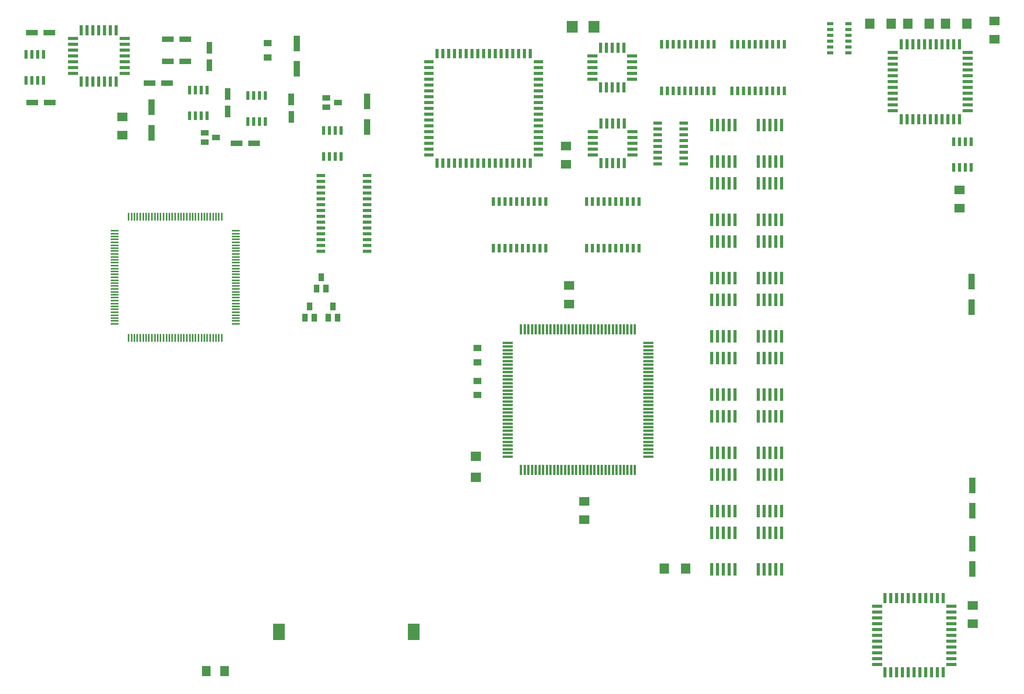
<source format=gbr>
%FSLAX34Y34*%
%MOMM*%
%LNSMDMASK_TOP*%
G71*
G01*
%ADD10R,0.640X2.200*%
%ADD11R,2.200X0.640*%
%ADD12R,0.640X2.100*%
%ADD13R,2.100X0.640*%
%ADD14R,0.450X1.800*%
%ADD15R,1.800X0.450*%
%ADD16R,2.200X0.500*%
%ADD17R,0.500X2.200*%
%ADD18R,0.700X1.900*%
%ADD19R,1.900X0.700*%
%ADD20R,1.200X1.700*%
%ADD21R,1.700X1.200*%
%ADD22R,1.800X1.400*%
%ADD23R,2.300X1.900*%
%ADD24R,1.400X3.400*%
%ADD25R,2.600X1.300*%
%ADD26R,1.300X2.600*%
%ADD27R,0.700X2.800*%
%ADD28R,1.900X2.300*%
%ADD29R,2.400X2.600*%
%ADD30R,2.000X2.200*%
%ADD31R,2.200X2.000*%
%ADD32R,1.450X0.750*%
%ADD33R,2.600X3.600*%
%LPD*%
X2041848Y1428822D02*
G54D10*
D03*
X2054548Y1428822D02*
G54D10*
D03*
X2067248Y1428822D02*
G54D10*
D03*
X2079949Y1428822D02*
G54D10*
D03*
X2092650Y1428822D02*
G54D10*
D03*
X2105350Y1428822D02*
G54D10*
D03*
X2123445Y1447116D02*
G54D11*
D03*
X2123445Y1459816D02*
G54D11*
D03*
X2123445Y1472516D02*
G54D11*
D03*
X2123445Y1485216D02*
G54D11*
D03*
X2123445Y1497916D02*
G54D11*
D03*
X2123445Y1510616D02*
G54D11*
D03*
X2123445Y1523316D02*
G54D11*
D03*
X2123445Y1536016D02*
G54D11*
D03*
X2123445Y1548716D02*
G54D11*
D03*
X2123445Y1561416D02*
G54D11*
D03*
X2123445Y1574116D02*
G54D11*
D03*
X2105350Y1592211D02*
G54D10*
D03*
X2092650Y1592211D02*
G54D10*
D03*
X2079949Y1592211D02*
G54D10*
D03*
X2067248Y1592211D02*
G54D10*
D03*
X2054548Y1592211D02*
G54D10*
D03*
X2041848Y1592211D02*
G54D10*
D03*
X2029148Y1592211D02*
G54D10*
D03*
X2016448Y1592211D02*
G54D10*
D03*
X2003748Y1592211D02*
G54D10*
D03*
X1991048Y1592211D02*
G54D10*
D03*
X1978348Y1592211D02*
G54D10*
D03*
X1960054Y1574116D02*
G54D11*
D03*
X1960054Y1561416D02*
G54D11*
D03*
X1960054Y1548716D02*
G54D11*
D03*
X1960054Y1536016D02*
G54D11*
D03*
X1960054Y1523316D02*
G54D11*
D03*
X1960054Y1510616D02*
G54D11*
D03*
X1960054Y1497916D02*
G54D11*
D03*
X1960054Y1485216D02*
G54D11*
D03*
X1960054Y1472516D02*
G54D11*
D03*
X1960054Y1459816D02*
G54D11*
D03*
X1960054Y1447116D02*
G54D11*
D03*
X1978348Y1428822D02*
G54D10*
D03*
X1991048Y1428822D02*
G54D10*
D03*
X2003748Y1428822D02*
G54D10*
D03*
X2016448Y1428822D02*
G54D10*
D03*
X2029148Y1428822D02*
G54D10*
D03*
X1068301Y1333188D02*
G54D12*
D03*
X1081001Y1333188D02*
G54D12*
D03*
X1093701Y1333188D02*
G54D12*
D03*
X1106401Y1333188D02*
G54D12*
D03*
X1119101Y1333188D02*
G54D12*
D03*
X1131801Y1333188D02*
G54D12*
D03*
X1144501Y1333188D02*
G54D12*
D03*
X1157201Y1333188D02*
G54D12*
D03*
X1169901Y1333188D02*
G54D12*
D03*
X1187698Y1350786D02*
G54D13*
D03*
X1187698Y1363486D02*
G54D13*
D03*
X1187698Y1376186D02*
G54D13*
D03*
X1187698Y1388886D02*
G54D13*
D03*
X1187698Y1401586D02*
G54D13*
D03*
X1187698Y1414286D02*
G54D13*
D03*
X1187698Y1426986D02*
G54D13*
D03*
X1187698Y1439686D02*
G54D13*
D03*
X1187698Y1452386D02*
G54D13*
D03*
X1187698Y1465086D02*
G54D13*
D03*
X1187698Y1477786D02*
G54D13*
D03*
X1187698Y1490486D02*
G54D13*
D03*
X1187698Y1503186D02*
G54D13*
D03*
X1187698Y1515886D02*
G54D13*
D03*
X1187698Y1528586D02*
G54D13*
D03*
X1187698Y1541286D02*
G54D13*
D03*
X1187698Y1553986D02*
G54D13*
D03*
X1169901Y1571783D02*
G54D12*
D03*
X1157201Y1571783D02*
G54D12*
D03*
X1144501Y1571783D02*
G54D12*
D03*
X1131801Y1571783D02*
G54D12*
D03*
X1119101Y1571783D02*
G54D12*
D03*
X1106401Y1571783D02*
G54D12*
D03*
X1093701Y1571783D02*
G54D12*
D03*
X1081001Y1571783D02*
G54D12*
D03*
X1068301Y1571783D02*
G54D12*
D03*
X1055601Y1571783D02*
G54D12*
D03*
X1042901Y1571783D02*
G54D12*
D03*
X1030201Y1571783D02*
G54D12*
D03*
X1017501Y1571783D02*
G54D12*
D03*
X1004801Y1571783D02*
G54D12*
D03*
X992101Y1571783D02*
G54D12*
D03*
X979401Y1571783D02*
G54D12*
D03*
X966701Y1571783D02*
G54D12*
D03*
X948904Y1553986D02*
G54D13*
D03*
X948904Y1541286D02*
G54D13*
D03*
X948904Y1528586D02*
G54D13*
D03*
X948904Y1515886D02*
G54D13*
D03*
X948904Y1503186D02*
G54D13*
D03*
X948904Y1490486D02*
G54D13*
D03*
X948904Y1477786D02*
G54D13*
D03*
X948904Y1465086D02*
G54D13*
D03*
X948904Y1452386D02*
G54D13*
D03*
X948904Y1439686D02*
G54D13*
D03*
X948904Y1426986D02*
G54D13*
D03*
X948904Y1414286D02*
G54D13*
D03*
X948904Y1401586D02*
G54D13*
D03*
X948904Y1388886D02*
G54D13*
D03*
X948904Y1376186D02*
G54D13*
D03*
X948904Y1363486D02*
G54D13*
D03*
X948904Y1350786D02*
G54D13*
D03*
X966701Y1333188D02*
G54D12*
D03*
X979401Y1333188D02*
G54D12*
D03*
X992101Y1333188D02*
G54D12*
D03*
X1004801Y1333188D02*
G54D12*
D03*
X1017501Y1333188D02*
G54D12*
D03*
X1030201Y1333188D02*
G54D12*
D03*
X1042901Y1333188D02*
G54D12*
D03*
X1055601Y1333188D02*
G54D12*
D03*
X285588Y1567072D02*
G54D11*
D03*
X285588Y1579772D02*
G54D11*
D03*
X285588Y1592472D02*
G54D11*
D03*
X285588Y1605172D02*
G54D11*
D03*
X267688Y1623072D02*
G54D10*
D03*
X254988Y1623072D02*
G54D10*
D03*
X242288Y1623072D02*
G54D10*
D03*
X229588Y1623072D02*
G54D10*
D03*
X216888Y1623072D02*
G54D10*
D03*
X204188Y1623072D02*
G54D10*
D03*
X191488Y1623072D02*
G54D10*
D03*
X173588Y1605172D02*
G54D11*
D03*
X173588Y1592472D02*
G54D11*
D03*
X173588Y1579772D02*
G54D11*
D03*
X173588Y1567072D02*
G54D11*
D03*
X173588Y1554372D02*
G54D11*
D03*
X173588Y1541672D02*
G54D11*
D03*
X173588Y1528972D02*
G54D11*
D03*
X191488Y1511072D02*
G54D10*
D03*
X204188Y1511072D02*
G54D10*
D03*
X216888Y1511072D02*
G54D10*
D03*
X229588Y1511072D02*
G54D10*
D03*
X242288Y1511072D02*
G54D10*
D03*
X254988Y1511072D02*
G54D10*
D03*
X267688Y1511072D02*
G54D10*
D03*
X285588Y1528972D02*
G54D11*
D03*
X285588Y1541672D02*
G54D11*
D03*
X285588Y1554372D02*
G54D11*
D03*
X294479Y952223D02*
G54D14*
D03*
X300879Y952223D02*
G54D14*
D03*
X307179Y952223D02*
G54D14*
D03*
X313479Y952223D02*
G54D14*
D03*
X319879Y952223D02*
G54D14*
D03*
X326279Y952223D02*
G54D14*
D03*
X332579Y952223D02*
G54D14*
D03*
X338879Y952223D02*
G54D14*
D03*
X345279Y952223D02*
G54D14*
D03*
X351679Y952223D02*
G54D14*
D03*
X357979Y952223D02*
G54D14*
D03*
X364279Y952223D02*
G54D14*
D03*
X370679Y952223D02*
G54D14*
D03*
X377079Y952223D02*
G54D14*
D03*
X383379Y952223D02*
G54D14*
D03*
X389679Y952223D02*
G54D14*
D03*
X396079Y952223D02*
G54D14*
D03*
X402479Y952223D02*
G54D14*
D03*
X408779Y952223D02*
G54D14*
D03*
X415079Y952223D02*
G54D14*
D03*
X421479Y952223D02*
G54D14*
D03*
X427879Y952223D02*
G54D14*
D03*
X434179Y952223D02*
G54D14*
D03*
X440479Y952223D02*
G54D14*
D03*
X446879Y952223D02*
G54D14*
D03*
X453279Y952223D02*
G54D14*
D03*
X459579Y952223D02*
G54D14*
D03*
X465879Y952223D02*
G54D14*
D03*
X472279Y952223D02*
G54D14*
D03*
X478679Y952223D02*
G54D14*
D03*
X484979Y952223D02*
G54D14*
D03*
X491279Y952223D02*
G54D14*
D03*
X497679Y952223D02*
G54D14*
D03*
X528079Y982623D02*
G54D15*
D03*
X528079Y989023D02*
G54D15*
D03*
X528079Y995323D02*
G54D15*
D03*
X528079Y1001623D02*
G54D15*
D03*
X528079Y1008023D02*
G54D15*
D03*
X528079Y1014423D02*
G54D15*
D03*
X528079Y1020723D02*
G54D15*
D03*
X528079Y1027023D02*
G54D15*
D03*
X528079Y1033423D02*
G54D15*
D03*
X528079Y1039823D02*
G54D15*
D03*
X528079Y1046123D02*
G54D15*
D03*
X528079Y1052423D02*
G54D15*
D03*
X528079Y1058823D02*
G54D15*
D03*
X528079Y1065223D02*
G54D15*
D03*
X528079Y1071523D02*
G54D15*
D03*
X528079Y1077823D02*
G54D15*
D03*
X528079Y1084223D02*
G54D15*
D03*
X528079Y1090623D02*
G54D15*
D03*
X528079Y1096923D02*
G54D15*
D03*
X528079Y1103223D02*
G54D15*
D03*
X528079Y1109623D02*
G54D15*
D03*
X528079Y1116023D02*
G54D15*
D03*
X528079Y1122323D02*
G54D15*
D03*
X528079Y1128623D02*
G54D15*
D03*
X528079Y1135023D02*
G54D15*
D03*
X528079Y1141423D02*
G54D15*
D03*
X528079Y1147723D02*
G54D15*
D03*
X528079Y1154023D02*
G54D15*
D03*
X528079Y1160423D02*
G54D15*
D03*
X528079Y1166823D02*
G54D15*
D03*
X528079Y1173123D02*
G54D15*
D03*
X528079Y1179423D02*
G54D15*
D03*
X528079Y1185823D02*
G54D15*
D03*
X497679Y1216223D02*
G54D14*
D03*
X491279Y1216223D02*
G54D14*
D03*
X484979Y1216223D02*
G54D14*
D03*
X478679Y1216223D02*
G54D14*
D03*
X472279Y1216223D02*
G54D14*
D03*
X465879Y1216223D02*
G54D14*
D03*
X459579Y1216223D02*
G54D14*
D03*
X453279Y1216223D02*
G54D14*
D03*
X446879Y1216223D02*
G54D14*
D03*
X440479Y1216223D02*
G54D14*
D03*
X434179Y1216223D02*
G54D14*
D03*
X427879Y1216223D02*
G54D14*
D03*
X421479Y1216223D02*
G54D14*
D03*
X415079Y1216223D02*
G54D14*
D03*
X408779Y1216223D02*
G54D14*
D03*
X402479Y1216223D02*
G54D14*
D03*
X396079Y1216223D02*
G54D14*
D03*
X389679Y1216223D02*
G54D14*
D03*
X383379Y1216223D02*
G54D14*
D03*
X377079Y1216223D02*
G54D14*
D03*
X370679Y1216223D02*
G54D14*
D03*
X364279Y1216223D02*
G54D14*
D03*
X357979Y1216223D02*
G54D14*
D03*
X351679Y1216223D02*
G54D14*
D03*
X345279Y1216223D02*
G54D14*
D03*
X338879Y1216223D02*
G54D14*
D03*
X332579Y1216223D02*
G54D14*
D03*
X326279Y1216223D02*
G54D14*
D03*
X319879Y1216223D02*
G54D14*
D03*
X313479Y1216223D02*
G54D14*
D03*
X307179Y1216223D02*
G54D14*
D03*
X300879Y1216223D02*
G54D14*
D03*
X294479Y1216223D02*
G54D14*
D03*
X264079Y1185823D02*
G54D15*
D03*
X264079Y1179423D02*
G54D15*
D03*
X264079Y1173123D02*
G54D15*
D03*
X264079Y1166823D02*
G54D15*
D03*
X264079Y1160423D02*
G54D15*
D03*
X264079Y1154023D02*
G54D15*
D03*
X264079Y1147723D02*
G54D15*
D03*
X264079Y1141423D02*
G54D15*
D03*
X264079Y1135023D02*
G54D15*
D03*
X264079Y1128623D02*
G54D15*
D03*
X264079Y1122323D02*
G54D15*
D03*
X264079Y1116023D02*
G54D15*
D03*
X264079Y1109623D02*
G54D15*
D03*
X264079Y1103223D02*
G54D15*
D03*
X264079Y1096923D02*
G54D15*
D03*
X264079Y1090623D02*
G54D15*
D03*
X264079Y1084223D02*
G54D15*
D03*
X264079Y1077823D02*
G54D15*
D03*
X264079Y1071523D02*
G54D15*
D03*
X264079Y1065223D02*
G54D15*
D03*
X264079Y1058823D02*
G54D15*
D03*
X264079Y1052423D02*
G54D15*
D03*
X264079Y1046123D02*
G54D15*
D03*
X264079Y1039823D02*
G54D15*
D03*
X264079Y1033423D02*
G54D15*
D03*
X264079Y1027023D02*
G54D15*
D03*
X264079Y1020723D02*
G54D15*
D03*
X264079Y1014423D02*
G54D15*
D03*
X264079Y1008023D02*
G54D15*
D03*
X264079Y1001623D02*
G54D15*
D03*
X264079Y995323D02*
G54D15*
D03*
X264079Y989023D02*
G54D15*
D03*
X264079Y982623D02*
G54D15*
D03*
X1349570Y1419404D02*
G54D10*
D03*
X1336870Y1419404D02*
G54D10*
D03*
X1324170Y1419404D02*
G54D10*
D03*
X1306570Y1401804D02*
G54D11*
D03*
X1306570Y1389104D02*
G54D11*
D03*
X1306570Y1376404D02*
G54D11*
D03*
X1306570Y1363704D02*
G54D11*
D03*
X1306570Y1351004D02*
G54D11*
D03*
X1324170Y1333404D02*
G54D10*
D03*
X1336870Y1333404D02*
G54D10*
D03*
X1349570Y1333404D02*
G54D10*
D03*
X1362270Y1333404D02*
G54D10*
D03*
X1374970Y1333404D02*
G54D10*
D03*
X1392570Y1351004D02*
G54D11*
D03*
X1392570Y1363704D02*
G54D11*
D03*
X1392570Y1376404D02*
G54D11*
D03*
X1392570Y1389104D02*
G54D11*
D03*
X1392570Y1401804D02*
G54D11*
D03*
X1374970Y1419404D02*
G54D10*
D03*
X1362270Y1419404D02*
G54D10*
D03*
X1348775Y1498416D02*
G54D10*
D03*
X1361475Y1498416D02*
G54D10*
D03*
X1374175Y1498416D02*
G54D10*
D03*
X1391775Y1516016D02*
G54D11*
D03*
X1391775Y1528716D02*
G54D11*
D03*
X1391775Y1541416D02*
G54D11*
D03*
X1391775Y1554116D02*
G54D11*
D03*
X1391775Y1566816D02*
G54D11*
D03*
X1374175Y1584416D02*
G54D10*
D03*
X1361475Y1584416D02*
G54D10*
D03*
X1348775Y1584416D02*
G54D10*
D03*
X1336075Y1584416D02*
G54D10*
D03*
X1323375Y1584416D02*
G54D10*
D03*
X1305775Y1566816D02*
G54D11*
D03*
X1305775Y1554116D02*
G54D11*
D03*
X1305775Y1541416D02*
G54D11*
D03*
X1305775Y1528716D02*
G54D11*
D03*
X1305775Y1516016D02*
G54D11*
D03*
X1323375Y1498416D02*
G54D10*
D03*
X1336075Y1498416D02*
G54D10*
D03*
X1120626Y941421D02*
G54D16*
D03*
X1120626Y933421D02*
G54D16*
D03*
X1120626Y925421D02*
G54D16*
D03*
X1120626Y917421D02*
G54D16*
D03*
X1120626Y909421D02*
G54D16*
D03*
X1120626Y901421D02*
G54D16*
D03*
X1120626Y893421D02*
G54D16*
D03*
X1120626Y885421D02*
G54D16*
D03*
X1120626Y877421D02*
G54D16*
D03*
X1120626Y869421D02*
G54D16*
D03*
X1120626Y861421D02*
G54D16*
D03*
X1120626Y853421D02*
G54D16*
D03*
X1120626Y845421D02*
G54D16*
D03*
X1120626Y837421D02*
G54D16*
D03*
X1120626Y829421D02*
G54D16*
D03*
X1120626Y821421D02*
G54D16*
D03*
X1120626Y813421D02*
G54D16*
D03*
X1120626Y805421D02*
G54D16*
D03*
X1120626Y797421D02*
G54D16*
D03*
X1120626Y789420D02*
G54D16*
D03*
X1120626Y781420D02*
G54D16*
D03*
X1120626Y773420D02*
G54D16*
D03*
X1120626Y765420D02*
G54D16*
D03*
X1120626Y757420D02*
G54D16*
D03*
X1120626Y749421D02*
G54D16*
D03*
X1120626Y741421D02*
G54D16*
D03*
X1120626Y733421D02*
G54D16*
D03*
X1120626Y725421D02*
G54D16*
D03*
X1120626Y717421D02*
G54D16*
D03*
X1120626Y709421D02*
G54D16*
D03*
X1120626Y701421D02*
G54D16*
D03*
X1120626Y693421D02*
G54D16*
D03*
X1150007Y664039D02*
G54D17*
D03*
X1158007Y664039D02*
G54D17*
D03*
X1166007Y664039D02*
G54D17*
D03*
X1174007Y664039D02*
G54D17*
D03*
X1182007Y664039D02*
G54D17*
D03*
X1190007Y664039D02*
G54D17*
D03*
X1198007Y664039D02*
G54D17*
D03*
X1206007Y664039D02*
G54D17*
D03*
X1214007Y664039D02*
G54D17*
D03*
X1222007Y664039D02*
G54D17*
D03*
X1230007Y664039D02*
G54D17*
D03*
X1238007Y664039D02*
G54D17*
D03*
X1246007Y664039D02*
G54D17*
D03*
X1254007Y664039D02*
G54D17*
D03*
X1262007Y664039D02*
G54D17*
D03*
X1270007Y664039D02*
G54D17*
D03*
X1278007Y664039D02*
G54D17*
D03*
X1286007Y664039D02*
G54D17*
D03*
X1294007Y664039D02*
G54D17*
D03*
X1302007Y664039D02*
G54D17*
D03*
X1310007Y664039D02*
G54D17*
D03*
X1318007Y664039D02*
G54D17*
D03*
X1326007Y664039D02*
G54D17*
D03*
X1334007Y664039D02*
G54D17*
D03*
X1342007Y664039D02*
G54D17*
D03*
X1350007Y664039D02*
G54D17*
D03*
X1358007Y664039D02*
G54D17*
D03*
X1366007Y664039D02*
G54D17*
D03*
X1374007Y664039D02*
G54D17*
D03*
X1382007Y664039D02*
G54D17*
D03*
X1390007Y664039D02*
G54D17*
D03*
X1398007Y664039D02*
G54D17*
D03*
X1427389Y693421D02*
G54D16*
D03*
X1427389Y701421D02*
G54D16*
D03*
X1427389Y709421D02*
G54D16*
D03*
X1427389Y717421D02*
G54D16*
D03*
X1427389Y725421D02*
G54D16*
D03*
X1427389Y733421D02*
G54D16*
D03*
X1427389Y741421D02*
G54D16*
D03*
X1427389Y749421D02*
G54D16*
D03*
X1427389Y757420D02*
G54D16*
D03*
X1427389Y765420D02*
G54D16*
D03*
X1427389Y773420D02*
G54D16*
D03*
X1427389Y781420D02*
G54D16*
D03*
X1427389Y789420D02*
G54D16*
D03*
X1427389Y797421D02*
G54D16*
D03*
X1427389Y805421D02*
G54D16*
D03*
X1427389Y813421D02*
G54D16*
D03*
X1427389Y821421D02*
G54D16*
D03*
X1427389Y829421D02*
G54D16*
D03*
X1427389Y837421D02*
G54D16*
D03*
X1427389Y845421D02*
G54D16*
D03*
X1427389Y853421D02*
G54D16*
D03*
X1427389Y861421D02*
G54D16*
D03*
X1427389Y869421D02*
G54D16*
D03*
X1427389Y877421D02*
G54D16*
D03*
X1427389Y885421D02*
G54D16*
D03*
X1427389Y893421D02*
G54D16*
D03*
X1427389Y901421D02*
G54D16*
D03*
X1427389Y909421D02*
G54D16*
D03*
X1427389Y917421D02*
G54D16*
D03*
X1427389Y925421D02*
G54D16*
D03*
X1427389Y933421D02*
G54D16*
D03*
X1427389Y941421D02*
G54D16*
D03*
X1398007Y970802D02*
G54D17*
D03*
X1390007Y970802D02*
G54D17*
D03*
X1382007Y970802D02*
G54D17*
D03*
X1374007Y970802D02*
G54D17*
D03*
X1366007Y970802D02*
G54D17*
D03*
X1358007Y970802D02*
G54D17*
D03*
X1350007Y970802D02*
G54D17*
D03*
X1342007Y970802D02*
G54D17*
D03*
X1334007Y970802D02*
G54D17*
D03*
X1326007Y970802D02*
G54D17*
D03*
X1318007Y970802D02*
G54D17*
D03*
X1310007Y970802D02*
G54D17*
D03*
X1302007Y970802D02*
G54D17*
D03*
X1294007Y970802D02*
G54D17*
D03*
X1286007Y970802D02*
G54D17*
D03*
X1278007Y970802D02*
G54D17*
D03*
X1270007Y970802D02*
G54D17*
D03*
X1262007Y970802D02*
G54D17*
D03*
X1254007Y970802D02*
G54D17*
D03*
X1246007Y970802D02*
G54D17*
D03*
X1238007Y970802D02*
G54D17*
D03*
X1230007Y970802D02*
G54D17*
D03*
X1222007Y970802D02*
G54D17*
D03*
X1214007Y970802D02*
G54D17*
D03*
X1206007Y970802D02*
G54D17*
D03*
X1198007Y970802D02*
G54D17*
D03*
X1190007Y970802D02*
G54D17*
D03*
X1182007Y970802D02*
G54D17*
D03*
X1174007Y970802D02*
G54D17*
D03*
X1166007Y970802D02*
G54D17*
D03*
X1158007Y970802D02*
G54D17*
D03*
X1150007Y970802D02*
G54D17*
D03*
X1456305Y1490735D02*
G54D18*
D03*
X1469005Y1490735D02*
G54D18*
D03*
X1481705Y1490735D02*
G54D18*
D03*
X1494405Y1490735D02*
G54D18*
D03*
X1507105Y1490735D02*
G54D18*
D03*
X1519805Y1490735D02*
G54D18*
D03*
X1532505Y1490735D02*
G54D18*
D03*
X1545205Y1490735D02*
G54D18*
D03*
X1557905Y1490735D02*
G54D18*
D03*
X1570605Y1490735D02*
G54D18*
D03*
X1570605Y1592260D02*
G54D18*
D03*
X1557905Y1592260D02*
G54D18*
D03*
X1545205Y1592260D02*
G54D18*
D03*
X1532505Y1592260D02*
G54D18*
D03*
X1519805Y1592260D02*
G54D18*
D03*
X1507105Y1592260D02*
G54D18*
D03*
X1494405Y1592260D02*
G54D18*
D03*
X1481705Y1592260D02*
G54D18*
D03*
X1469005Y1592260D02*
G54D18*
D03*
X1456305Y1592260D02*
G54D18*
D03*
X2092438Y1323527D02*
G54D18*
D03*
X2105138Y1323527D02*
G54D18*
D03*
X2117838Y1323527D02*
G54D18*
D03*
X2130538Y1323527D02*
G54D18*
D03*
X2130538Y1379877D02*
G54D18*
D03*
X2117838Y1379877D02*
G54D18*
D03*
X2105138Y1379877D02*
G54D18*
D03*
X2092438Y1379877D02*
G54D18*
D03*
X1503989Y1331786D02*
G54D19*
D03*
X1503989Y1344486D02*
G54D19*
D03*
X1503989Y1357185D02*
G54D19*
D03*
X1503989Y1369885D02*
G54D19*
D03*
X1503989Y1382585D02*
G54D19*
D03*
X1503989Y1395285D02*
G54D19*
D03*
X1503989Y1407985D02*
G54D19*
D03*
X1503989Y1420685D02*
G54D19*
D03*
X1447639Y1420685D02*
G54D19*
D03*
X1447639Y1407985D02*
G54D19*
D03*
X1447639Y1395285D02*
G54D19*
D03*
X1447639Y1382585D02*
G54D19*
D03*
X1447639Y1369885D02*
G54D19*
D03*
X1447639Y1357185D02*
G54D19*
D03*
X1447639Y1344486D02*
G54D19*
D03*
X1447639Y1331786D02*
G54D19*
D03*
X2087650Y303801D02*
G54D11*
D03*
X2087650Y316501D02*
G54D11*
D03*
X2087650Y329201D02*
G54D11*
D03*
X2087650Y341902D02*
G54D11*
D03*
X2087650Y354602D02*
G54D11*
D03*
X2087650Y367302D02*
G54D11*
D03*
X2070148Y384802D02*
G54D10*
D03*
X2057448Y384802D02*
G54D10*
D03*
X2044748Y384802D02*
G54D10*
D03*
X2032048Y384802D02*
G54D10*
D03*
X2019348Y384802D02*
G54D10*
D03*
X2006648Y384802D02*
G54D10*
D03*
X1993948Y384802D02*
G54D10*
D03*
X1981248Y384802D02*
G54D10*
D03*
X1968548Y384802D02*
G54D10*
D03*
X1955848Y384802D02*
G54D10*
D03*
X1943148Y384802D02*
G54D10*
D03*
X1925648Y367302D02*
G54D11*
D03*
X1925648Y354602D02*
G54D11*
D03*
X1925648Y341902D02*
G54D11*
D03*
X1925648Y329201D02*
G54D11*
D03*
X1925648Y316501D02*
G54D11*
D03*
X1925648Y303801D02*
G54D11*
D03*
X1925648Y291101D02*
G54D11*
D03*
X1925648Y278401D02*
G54D11*
D03*
X1925648Y265701D02*
G54D11*
D03*
X1925648Y253001D02*
G54D11*
D03*
X1925648Y240301D02*
G54D11*
D03*
X1943148Y222801D02*
G54D10*
D03*
X1955848Y222801D02*
G54D10*
D03*
X1968548Y222801D02*
G54D10*
D03*
X1981248Y222801D02*
G54D10*
D03*
X1993948Y222801D02*
G54D10*
D03*
X2006648Y222801D02*
G54D10*
D03*
X2019348Y222801D02*
G54D10*
D03*
X2032048Y222801D02*
G54D10*
D03*
X2044748Y222801D02*
G54D10*
D03*
X2057448Y222801D02*
G54D10*
D03*
X2070148Y222801D02*
G54D10*
D03*
X2087650Y240301D02*
G54D11*
D03*
X2087650Y253001D02*
G54D11*
D03*
X2087650Y265701D02*
G54D11*
D03*
X2087650Y278401D02*
G54D11*
D03*
X2087650Y291101D02*
G54D11*
D03*
X1609342Y1490944D02*
G54D18*
D03*
X1622042Y1490944D02*
G54D18*
D03*
X1634742Y1490944D02*
G54D18*
D03*
X1647442Y1490944D02*
G54D18*
D03*
X1660142Y1490944D02*
G54D18*
D03*
X1672842Y1490944D02*
G54D18*
D03*
X1685542Y1490944D02*
G54D18*
D03*
X1698242Y1490944D02*
G54D18*
D03*
X1710942Y1490944D02*
G54D18*
D03*
X1723642Y1490944D02*
G54D18*
D03*
X1723642Y1592470D02*
G54D18*
D03*
X1710942Y1592470D02*
G54D18*
D03*
X1698242Y1592470D02*
G54D18*
D03*
X1685542Y1592470D02*
G54D18*
D03*
X1672842Y1592470D02*
G54D18*
D03*
X1660142Y1592470D02*
G54D18*
D03*
X1647442Y1592470D02*
G54D18*
D03*
X1634742Y1592470D02*
G54D18*
D03*
X1622042Y1592470D02*
G54D18*
D03*
X1609342Y1592470D02*
G54D18*
D03*
X1292745Y1147620D02*
G54D18*
D03*
X1305445Y1147620D02*
G54D18*
D03*
X1318145Y1147620D02*
G54D18*
D03*
X1330845Y1147620D02*
G54D18*
D03*
X1343545Y1147620D02*
G54D18*
D03*
X1356245Y1147620D02*
G54D18*
D03*
X1368945Y1147620D02*
G54D18*
D03*
X1381645Y1147620D02*
G54D18*
D03*
X1394345Y1147620D02*
G54D18*
D03*
X1407045Y1147620D02*
G54D18*
D03*
X1407045Y1249146D02*
G54D18*
D03*
X1394345Y1249146D02*
G54D18*
D03*
X1381645Y1249146D02*
G54D18*
D03*
X1368945Y1249146D02*
G54D18*
D03*
X1356245Y1249146D02*
G54D18*
D03*
X1343545Y1249146D02*
G54D18*
D03*
X1330845Y1249146D02*
G54D18*
D03*
X1318145Y1249146D02*
G54D18*
D03*
X1305445Y1249146D02*
G54D18*
D03*
X1292745Y1249146D02*
G54D18*
D03*
X1089545Y1147620D02*
G54D18*
D03*
X1102245Y1147620D02*
G54D18*
D03*
X1114945Y1147620D02*
G54D18*
D03*
X1127645Y1147620D02*
G54D18*
D03*
X1140345Y1147620D02*
G54D18*
D03*
X1153045Y1147620D02*
G54D18*
D03*
X1165745Y1147620D02*
G54D18*
D03*
X1178445Y1147620D02*
G54D18*
D03*
X1191145Y1147620D02*
G54D18*
D03*
X1203845Y1147620D02*
G54D18*
D03*
X1203845Y1249146D02*
G54D18*
D03*
X1191145Y1249146D02*
G54D18*
D03*
X1178445Y1249146D02*
G54D18*
D03*
X1165745Y1249146D02*
G54D18*
D03*
X1153045Y1249146D02*
G54D18*
D03*
X1140345Y1249146D02*
G54D18*
D03*
X1127645Y1249146D02*
G54D18*
D03*
X1114945Y1249146D02*
G54D18*
D03*
X1102245Y1249146D02*
G54D18*
D03*
X1089545Y1249146D02*
G54D18*
D03*
X814253Y1141187D02*
G54D19*
D03*
X814253Y1153887D02*
G54D19*
D03*
X814253Y1166587D02*
G54D19*
D03*
X814253Y1179287D02*
G54D19*
D03*
X814253Y1191987D02*
G54D19*
D03*
X814253Y1204687D02*
G54D19*
D03*
X814253Y1217387D02*
G54D19*
D03*
X814253Y1230087D02*
G54D19*
D03*
X814253Y1242787D02*
G54D19*
D03*
X814253Y1255487D02*
G54D19*
D03*
X814253Y1268187D02*
G54D19*
D03*
X814253Y1280886D02*
G54D19*
D03*
X814253Y1293585D02*
G54D19*
D03*
X814253Y1306285D02*
G54D19*
D03*
X713491Y1306285D02*
G54D19*
D03*
X713491Y1293585D02*
G54D19*
D03*
X713491Y1280886D02*
G54D19*
D03*
X713491Y1268187D02*
G54D19*
D03*
X713491Y1255487D02*
G54D19*
D03*
X713491Y1242787D02*
G54D19*
D03*
X713491Y1230087D02*
G54D19*
D03*
X713491Y1217387D02*
G54D19*
D03*
X713491Y1204687D02*
G54D19*
D03*
X713491Y1191987D02*
G54D19*
D03*
X713491Y1179287D02*
G54D19*
D03*
X713491Y1166587D02*
G54D19*
D03*
X713491Y1153887D02*
G54D19*
D03*
X713491Y1141187D02*
G54D19*
D03*
X719363Y1347840D02*
G54D18*
D03*
X732063Y1347840D02*
G54D18*
D03*
X744763Y1347840D02*
G54D18*
D03*
X757463Y1347840D02*
G54D18*
D03*
X757463Y1404190D02*
G54D18*
D03*
X744763Y1404190D02*
G54D18*
D03*
X732063Y1404190D02*
G54D18*
D03*
X719363Y1404190D02*
G54D18*
D03*
X554140Y1423895D02*
G54D18*
D03*
X566840Y1423895D02*
G54D18*
D03*
X579540Y1423895D02*
G54D18*
D03*
X592240Y1423895D02*
G54D18*
D03*
X592240Y1480245D02*
G54D18*
D03*
X579540Y1480245D02*
G54D18*
D03*
X566840Y1480245D02*
G54D18*
D03*
X554140Y1480245D02*
G54D18*
D03*
X465382Y1492442D02*
G54D18*
D03*
X452682Y1492442D02*
G54D18*
D03*
X439982Y1492442D02*
G54D18*
D03*
X427282Y1492442D02*
G54D18*
D03*
X427282Y1436092D02*
G54D18*
D03*
X439982Y1436092D02*
G54D18*
D03*
X452682Y1436092D02*
G54D18*
D03*
X465382Y1436092D02*
G54D18*
D03*
X108968Y1569958D02*
G54D18*
D03*
X96268Y1569958D02*
G54D18*
D03*
X83568Y1569958D02*
G54D18*
D03*
X70868Y1569958D02*
G54D18*
D03*
X70868Y1513608D02*
G54D18*
D03*
X83568Y1513608D02*
G54D18*
D03*
X96268Y1513608D02*
G54D18*
D03*
X108968Y1513608D02*
G54D18*
D03*
X678824Y995850D02*
G54D20*
D03*
G36*
X692824Y1004350D02*
X704824Y1004350D01*
X704824Y987350D01*
X692824Y987350D01*
X692824Y1004350D01*
G37*
X688824Y1020612D02*
G54D20*
D03*
X729624Y995850D02*
G54D20*
D03*
G36*
X743624Y1004350D02*
X755624Y1004350D01*
X755624Y987350D01*
X743624Y987350D01*
X743624Y1004350D01*
G37*
X739624Y1020612D02*
G54D20*
D03*
X704224Y1059350D02*
G54D20*
D03*
G36*
X718224Y1067850D02*
X730224Y1067850D01*
X730224Y1050850D01*
X718224Y1050850D01*
X718224Y1067850D01*
G37*
X714224Y1084112D02*
G54D20*
D03*
X460432Y1399036D02*
G54D21*
D03*
X460432Y1379036D02*
G54D21*
D03*
X485194Y1389036D02*
G54D21*
D03*
X725688Y1475164D02*
G54D21*
D03*
X725688Y1455164D02*
G54D21*
D03*
X750450Y1465164D02*
G54D21*
D03*
X597844Y1594805D02*
G54D22*
D03*
X597844Y1563630D02*
G54D22*
D03*
X1055021Y930022D02*
G54D22*
D03*
X1055021Y898847D02*
G54D22*
D03*
X1055021Y858584D02*
G54D22*
D03*
X1055021Y827409D02*
G54D22*
D03*
X281026Y1394353D02*
G54D23*
D03*
X281026Y1434253D02*
G54D23*
D03*
X814341Y1467430D02*
G54D24*
D03*
X814341Y1411868D02*
G54D24*
D03*
X660884Y1594364D02*
G54D24*
D03*
X660884Y1538802D02*
G54D24*
D03*
X344586Y1454787D02*
G54D24*
D03*
X344586Y1399224D02*
G54D24*
D03*
X529617Y1376523D02*
G54D25*
D03*
X567717Y1376523D02*
G54D25*
D03*
X648893Y1433836D02*
G54D26*
D03*
G36*
X642392Y1484936D02*
X655392Y1484936D01*
X655393Y1458936D01*
X642393Y1458936D01*
X642392Y1484936D01*
G37*
X510060Y1483968D02*
G54D26*
D03*
X510060Y1445868D02*
G54D26*
D03*
X378393Y1507999D02*
G54D25*
D03*
X340293Y1507999D02*
G54D25*
D03*
X470868Y1584697D02*
G54D26*
D03*
X470868Y1546597D02*
G54D26*
D03*
X417686Y1555274D02*
G54D25*
D03*
X379585Y1555274D02*
G54D25*
D03*
X417686Y1602899D02*
G54D25*
D03*
X379585Y1602899D02*
G54D25*
D03*
X121346Y1617319D02*
G54D25*
D03*
X83246Y1617319D02*
G54D25*
D03*
X84249Y1465478D02*
G54D25*
D03*
X122349Y1465478D02*
G54D25*
D03*
X1247486Y1370613D02*
G54D23*
D03*
X1247486Y1330713D02*
G54D23*
D03*
X1254866Y1066080D02*
G54D23*
D03*
X1254866Y1026180D02*
G54D23*
D03*
X1287953Y555980D02*
G54D23*
D03*
X1287953Y595880D02*
G54D23*
D03*
X2105370Y1275098D02*
G54D23*
D03*
X2105370Y1235199D02*
G54D23*
D03*
X2134381Y328746D02*
G54D23*
D03*
X2134381Y368646D02*
G54D23*
D03*
X1565570Y1336166D02*
G54D27*
D03*
X1578270Y1336166D02*
G54D27*
D03*
X1590970Y1336166D02*
G54D27*
D03*
X1603670Y1336166D02*
G54D27*
D03*
X1616370Y1336166D02*
G54D27*
D03*
X1667170Y1336166D02*
G54D27*
D03*
X1679870Y1336166D02*
G54D27*
D03*
X1692570Y1336166D02*
G54D27*
D03*
X1705270Y1336166D02*
G54D27*
D03*
X1717970Y1336166D02*
G54D27*
D03*
X1717970Y1416103D02*
G54D27*
D03*
X1705270Y1416103D02*
G54D27*
D03*
X1692570Y1416103D02*
G54D27*
D03*
X1679870Y1416103D02*
G54D27*
D03*
X1667170Y1416103D02*
G54D27*
D03*
X1616370Y1416103D02*
G54D27*
D03*
X1603670Y1416103D02*
G54D27*
D03*
X1590970Y1416103D02*
G54D27*
D03*
X1578270Y1416103D02*
G54D27*
D03*
X1565570Y1416103D02*
G54D27*
D03*
X1565570Y1209166D02*
G54D27*
D03*
X1578270Y1209166D02*
G54D27*
D03*
X1590970Y1209166D02*
G54D27*
D03*
X1603670Y1209166D02*
G54D27*
D03*
X1616370Y1209166D02*
G54D27*
D03*
X1667170Y1209166D02*
G54D27*
D03*
X1679870Y1209166D02*
G54D27*
D03*
X1692570Y1209166D02*
G54D27*
D03*
X1705270Y1209166D02*
G54D27*
D03*
X1717970Y1209166D02*
G54D27*
D03*
X1717970Y1289103D02*
G54D27*
D03*
X1705270Y1289103D02*
G54D27*
D03*
X1692570Y1289103D02*
G54D27*
D03*
X1679870Y1289103D02*
G54D27*
D03*
X1667170Y1289103D02*
G54D27*
D03*
X1616370Y1289103D02*
G54D27*
D03*
X1603670Y1289103D02*
G54D27*
D03*
X1590970Y1289103D02*
G54D27*
D03*
X1578270Y1289103D02*
G54D27*
D03*
X1565570Y1289103D02*
G54D27*
D03*
X1565570Y1082166D02*
G54D27*
D03*
X1578270Y1082166D02*
G54D27*
D03*
X1590970Y1082166D02*
G54D27*
D03*
X1603670Y1082166D02*
G54D27*
D03*
X1616370Y1082166D02*
G54D27*
D03*
X1667170Y1082166D02*
G54D27*
D03*
X1679870Y1082166D02*
G54D27*
D03*
X1692570Y1082166D02*
G54D27*
D03*
X1705270Y1082166D02*
G54D27*
D03*
X1717970Y1082166D02*
G54D27*
D03*
X1717970Y1162103D02*
G54D27*
D03*
X1705270Y1162103D02*
G54D27*
D03*
X1692570Y1162103D02*
G54D27*
D03*
X1679870Y1162103D02*
G54D27*
D03*
X1667170Y1162103D02*
G54D27*
D03*
X1616370Y1162103D02*
G54D27*
D03*
X1603670Y1162103D02*
G54D27*
D03*
X1590970Y1162103D02*
G54D27*
D03*
X1578270Y1162103D02*
G54D27*
D03*
X1565570Y1162103D02*
G54D27*
D03*
X1565570Y955166D02*
G54D27*
D03*
X1578270Y955166D02*
G54D27*
D03*
X1590970Y955166D02*
G54D27*
D03*
X1603670Y955166D02*
G54D27*
D03*
X1616370Y955166D02*
G54D27*
D03*
X1667170Y955166D02*
G54D27*
D03*
X1679870Y955166D02*
G54D27*
D03*
X1692570Y955166D02*
G54D27*
D03*
X1705270Y955166D02*
G54D27*
D03*
X1717970Y955166D02*
G54D27*
D03*
X1717970Y1035103D02*
G54D27*
D03*
X1705270Y1035103D02*
G54D27*
D03*
X1692570Y1035103D02*
G54D27*
D03*
X1679870Y1035103D02*
G54D27*
D03*
X1667170Y1035103D02*
G54D27*
D03*
X1616370Y1035103D02*
G54D27*
D03*
X1603670Y1035103D02*
G54D27*
D03*
X1590970Y1035103D02*
G54D27*
D03*
X1578270Y1035103D02*
G54D27*
D03*
X1565570Y1035103D02*
G54D27*
D03*
X1565570Y828166D02*
G54D27*
D03*
X1578270Y828166D02*
G54D27*
D03*
X1590970Y828166D02*
G54D27*
D03*
X1603670Y828166D02*
G54D27*
D03*
X1616370Y828166D02*
G54D27*
D03*
X1667170Y828166D02*
G54D27*
D03*
X1679870Y828166D02*
G54D27*
D03*
X1692570Y828166D02*
G54D27*
D03*
X1705270Y828166D02*
G54D27*
D03*
X1717970Y828166D02*
G54D27*
D03*
X1717970Y908103D02*
G54D27*
D03*
X1705270Y908103D02*
G54D27*
D03*
X1692570Y908103D02*
G54D27*
D03*
X1679870Y908103D02*
G54D27*
D03*
X1667170Y908103D02*
G54D27*
D03*
X1616370Y908103D02*
G54D27*
D03*
X1603670Y908103D02*
G54D27*
D03*
X1590970Y908103D02*
G54D27*
D03*
X1578270Y908103D02*
G54D27*
D03*
X1565570Y908103D02*
G54D27*
D03*
X1565570Y701166D02*
G54D27*
D03*
X1578270Y701166D02*
G54D27*
D03*
X1590970Y701166D02*
G54D27*
D03*
X1603670Y701166D02*
G54D27*
D03*
X1616370Y701166D02*
G54D27*
D03*
X1667170Y701166D02*
G54D27*
D03*
X1679870Y701166D02*
G54D27*
D03*
X1692570Y701166D02*
G54D27*
D03*
X1705270Y701166D02*
G54D27*
D03*
X1717970Y701166D02*
G54D27*
D03*
X1717970Y781103D02*
G54D27*
D03*
X1705270Y781103D02*
G54D27*
D03*
X1692570Y781103D02*
G54D27*
D03*
X1679870Y781103D02*
G54D27*
D03*
X1667170Y781103D02*
G54D27*
D03*
X1616370Y781103D02*
G54D27*
D03*
X1603670Y781103D02*
G54D27*
D03*
X1590970Y781103D02*
G54D27*
D03*
X1578270Y781103D02*
G54D27*
D03*
X1565570Y781103D02*
G54D27*
D03*
X1565570Y574166D02*
G54D27*
D03*
X1578270Y574166D02*
G54D27*
D03*
X1590970Y574166D02*
G54D27*
D03*
X1603670Y574166D02*
G54D27*
D03*
X1616370Y574166D02*
G54D27*
D03*
X1667170Y574166D02*
G54D27*
D03*
X1679870Y574166D02*
G54D27*
D03*
X1692570Y574166D02*
G54D27*
D03*
X1705270Y574166D02*
G54D27*
D03*
X1717970Y574166D02*
G54D27*
D03*
X1717970Y654103D02*
G54D27*
D03*
X1705270Y654103D02*
G54D27*
D03*
X1692570Y654103D02*
G54D27*
D03*
X1679870Y654103D02*
G54D27*
D03*
X1667170Y654103D02*
G54D27*
D03*
X1616370Y654103D02*
G54D27*
D03*
X1603670Y654103D02*
G54D27*
D03*
X1590970Y654103D02*
G54D27*
D03*
X1578270Y654103D02*
G54D27*
D03*
X1565570Y654103D02*
G54D27*
D03*
X1565570Y447166D02*
G54D27*
D03*
X1578270Y447166D02*
G54D27*
D03*
X1590970Y447166D02*
G54D27*
D03*
X1603670Y447166D02*
G54D27*
D03*
X1616370Y447166D02*
G54D27*
D03*
X1667170Y447166D02*
G54D27*
D03*
X1679870Y447166D02*
G54D27*
D03*
X1692570Y447166D02*
G54D27*
D03*
X1705270Y447166D02*
G54D27*
D03*
X1717970Y447166D02*
G54D27*
D03*
X1717970Y527103D02*
G54D27*
D03*
X1705270Y527103D02*
G54D27*
D03*
X1692570Y527103D02*
G54D27*
D03*
X1679870Y527103D02*
G54D27*
D03*
X1667170Y527103D02*
G54D27*
D03*
X1616370Y527103D02*
G54D27*
D03*
X1603670Y527103D02*
G54D27*
D03*
X1590970Y527103D02*
G54D27*
D03*
X1578270Y527103D02*
G54D27*
D03*
X1565570Y527103D02*
G54D27*
D03*
X2181570Y1643001D02*
G54D23*
D03*
X2181570Y1603102D02*
G54D23*
D03*
X463422Y225607D02*
G54D28*
D03*
X503321Y225607D02*
G54D28*
D03*
X1261342Y1630357D02*
G54D29*
D03*
X1308966Y1630357D02*
G54D29*
D03*
X1909977Y1636902D02*
G54D30*
D03*
X1956474Y1636942D02*
G54D30*
D03*
X1992527Y1636902D02*
G54D30*
D03*
X2039024Y1636942D02*
G54D30*
D03*
X2075077Y1636902D02*
G54D30*
D03*
X2121574Y1636942D02*
G54D30*
D03*
X1462302Y449452D02*
G54D30*
D03*
X1508799Y449492D02*
G54D30*
D03*
X1051262Y694321D02*
G54D31*
D03*
X1051302Y647824D02*
G54D31*
D03*
X2131752Y1019309D02*
G54D24*
D03*
X2131752Y1074871D02*
G54D24*
D03*
X2133554Y630818D02*
G54D24*
D03*
X2133554Y575256D02*
G54D24*
D03*
X2133554Y503818D02*
G54D24*
D03*
X2133554Y448256D02*
G54D24*
D03*
X1823469Y1636910D02*
G54D32*
D03*
X1823469Y1598810D02*
G54D32*
D03*
X1823469Y1611510D02*
G54D32*
D03*
X1823469Y1624210D02*
G54D32*
D03*
X1823469Y1573410D02*
G54D32*
D03*
X1823469Y1586110D02*
G54D32*
D03*
X1863157Y1636910D02*
G54D32*
D03*
X1863157Y1598810D02*
G54D32*
D03*
X1863157Y1611510D02*
G54D32*
D03*
X1863157Y1624210D02*
G54D32*
D03*
X1863157Y1573410D02*
G54D32*
D03*
X1863157Y1586110D02*
G54D32*
D03*
X915617Y310950D02*
G54D33*
D03*
X622326Y310950D02*
G54D33*
D03*
M02*

</source>
